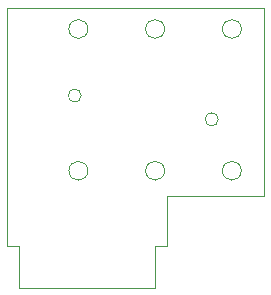
<source format=gm1>
%TF.GenerationSoftware,KiCad,Pcbnew,8.0.6*%
%TF.CreationDate,2025-06-21T19:34:38+03:00*%
%TF.ProjectId,Battery,42617474-6572-4792-9e6b-696361645f70,rev?*%
%TF.SameCoordinates,Original*%
%TF.FileFunction,Profile,NP*%
%FSLAX46Y46*%
G04 Gerber Fmt 4.6, Leading zero omitted, Abs format (unit mm)*
G04 Created by KiCad (PCBNEW 8.0.6) date 2025-06-21 19:34:38*
%MOMM*%
%LPD*%
G01*
G04 APERTURE LIST*
%TA.AperFunction,Profile*%
%ADD10C,0.050000*%
%TD*%
G04 APERTURE END LIST*
D10*
X146540000Y-89930000D02*
X145540000Y-89930000D01*
X146360000Y-83520000D02*
G75*
G02*
X144760000Y-83520000I-800000J0D01*
G01*
X144760000Y-83520000D02*
G75*
G02*
X146360000Y-83520000I800000J0D01*
G01*
X139860000Y-83520000D02*
G75*
G02*
X138260000Y-83520000I-800000J0D01*
G01*
X138260000Y-83520000D02*
G75*
G02*
X139860000Y-83520000I800000J0D01*
G01*
X152860000Y-83520000D02*
G75*
G02*
X151260000Y-83520000I-800000J0D01*
G01*
X151260000Y-83520000D02*
G75*
G02*
X152860000Y-83520000I800000J0D01*
G01*
X139860000Y-71520000D02*
G75*
G02*
X138260000Y-71520000I-800000J0D01*
G01*
X138260000Y-71520000D02*
G75*
G02*
X139860000Y-71520000I800000J0D01*
G01*
X146360000Y-71520000D02*
G75*
G02*
X144760000Y-71520000I-800000J0D01*
G01*
X144760000Y-71520000D02*
G75*
G02*
X146360000Y-71520000I800000J0D01*
G01*
X152860000Y-71520000D02*
G75*
G02*
X151260000Y-71520000I-800000J0D01*
G01*
X151260000Y-71520000D02*
G75*
G02*
X152860000Y-71520000I800000J0D01*
G01*
X145540000Y-89930000D02*
X145540000Y-93420000D01*
X154800000Y-85700000D02*
X146540000Y-85700000D01*
X154800000Y-69700000D02*
X133000000Y-69700000D01*
X134000000Y-93420000D02*
X134000000Y-89930000D01*
X134000000Y-89930000D02*
X133000000Y-89930000D01*
X154800000Y-85700000D02*
X154800000Y-69700000D01*
X146540000Y-89930000D02*
X146540000Y-85700000D01*
X145540000Y-93420000D02*
X134000000Y-93420000D01*
X133000000Y-69700000D02*
X133000000Y-89930000D01*
%TO.C,Power_Connector_Battery1*%
X150902178Y-79162177D02*
G75*
G02*
X149797822Y-79162177I-552178J0D01*
G01*
X149797822Y-79162177D02*
G75*
G02*
X150902178Y-79162177I552178J0D01*
G01*
X139304355Y-77150000D02*
G75*
G02*
X138199999Y-77150000I-552178J0D01*
G01*
X138199999Y-77150000D02*
G75*
G02*
X139304355Y-77150000I552178J0D01*
G01*
%TD*%
M02*

</source>
